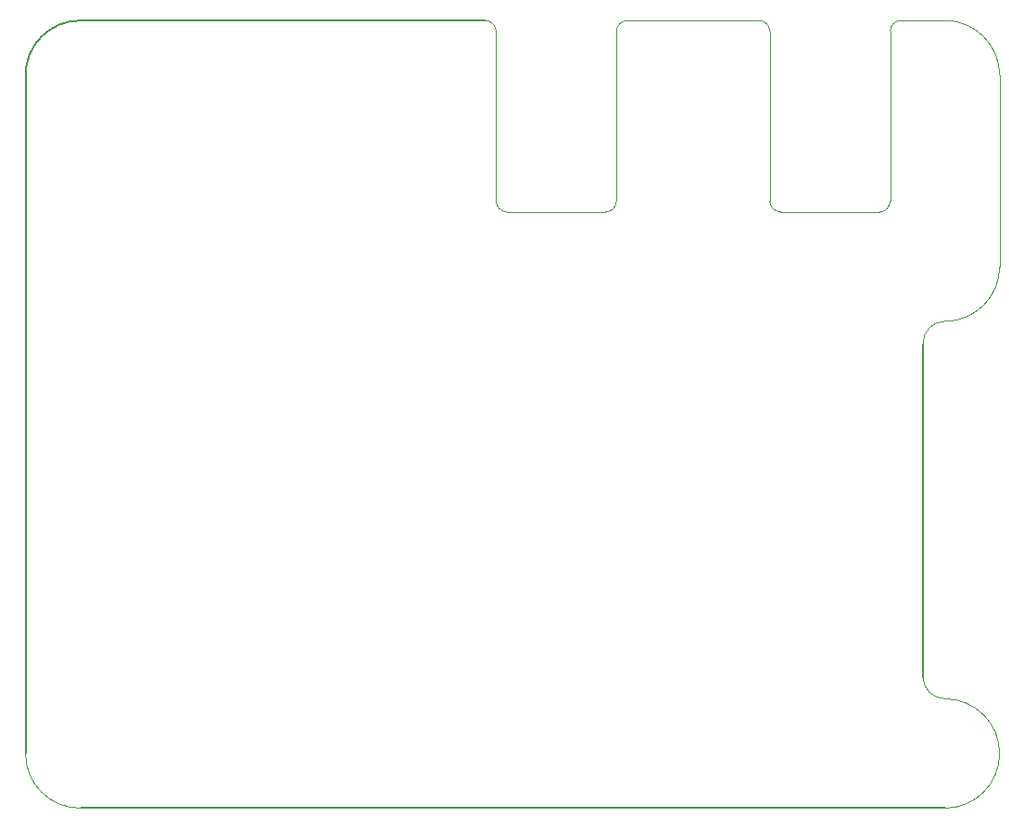
<source format=gko>
G04 #@! TF.GenerationSoftware,KiCad,Pcbnew,5.0.2-bee76a0~70~ubuntu16.04.1*
G04 #@! TF.CreationDate,2018-12-16T23:22:02+08:00*
G04 #@! TF.ProjectId,AgriESC,41677269-4553-4432-9e6b-696361645f70,rev?*
G04 #@! TF.SameCoordinates,Original*
G04 #@! TF.FileFunction,Profile,NP*
%FSLAX46Y46*%
G04 Gerber Fmt 4.6, Leading zero omitted, Abs format (unit mm)*
G04 Created by KiCad (PCBNEW 5.0.2-bee76a0~70~ubuntu16.04.1) date Sun 16 Dec 2018 23:22:02 AWST*
%MOMM*%
%LPD*%
G01*
G04 APERTURE LIST*
%ADD10C,0.100000*%
%ADD11C,0.200000*%
G04 APERTURE END LIST*
D10*
X153000000Y-65000000D02*
G75*
G02X154000000Y-66000000I0J-1000000D01*
G01*
X155000000Y-82500000D02*
G75*
G02X154000000Y-81500000I0J1000000D01*
G01*
X165000000Y-81500000D02*
G75*
G02X164000000Y-82500000I-1000000J0D01*
G01*
X165000000Y-66000000D02*
G75*
G02X166000000Y-65000000I1000000J0D01*
G01*
X178000000Y-65000000D02*
G75*
G02X179000000Y-66000000I0J-1000000D01*
G01*
X180000000Y-82500000D02*
G75*
G02X179000000Y-81500000I0J1000000D01*
G01*
X190000000Y-81500000D02*
G75*
G02X189000000Y-82500000I-1000000J0D01*
G01*
X190000000Y-66000000D02*
G75*
G02X191000000Y-65000000I1000000J0D01*
G01*
X193000000Y-94500000D02*
G75*
G02X195000000Y-92500000I2000000J0D01*
G01*
X200000000Y-87500000D02*
G75*
G02X195000000Y-92500000I-5000000J0D01*
G01*
X200000000Y-70000000D02*
X200000000Y-87500000D01*
X195000000Y-65000000D02*
G75*
G02X200000000Y-70000000I0J-5000000D01*
G01*
X195000000Y-127000000D02*
G75*
G02X193000000Y-125000000I0J2000000D01*
G01*
X195000000Y-127000000D02*
G75*
G02X195000000Y-137000000I0J-5000000D01*
G01*
X116000000Y-137000000D02*
G75*
G02X111000000Y-132000000I0J5000000D01*
G01*
D11*
X111000000Y-70000000D02*
G75*
G02X116000000Y-65000000I5000000J0D01*
G01*
D10*
X164000000Y-82500000D02*
X155000000Y-82500000D01*
X191000000Y-65000000D02*
X195000000Y-65000000D01*
X166000000Y-65000000D02*
X178000000Y-65000000D01*
X190000000Y-81500000D02*
X190000000Y-66000000D01*
X180000000Y-82500000D02*
X189000000Y-82500000D01*
X179000000Y-66000000D02*
X179000000Y-81500000D01*
X154000000Y-81500000D02*
X154000000Y-66000000D01*
X165000000Y-66000000D02*
X165000000Y-81500000D01*
D11*
X111000000Y-132000000D02*
X111000000Y-70000000D01*
X195000000Y-137000000D02*
X116000000Y-137000000D01*
X193000000Y-94500000D02*
X193000000Y-125000000D01*
X116000000Y-65000000D02*
X153000000Y-65000000D01*
M02*

</source>
